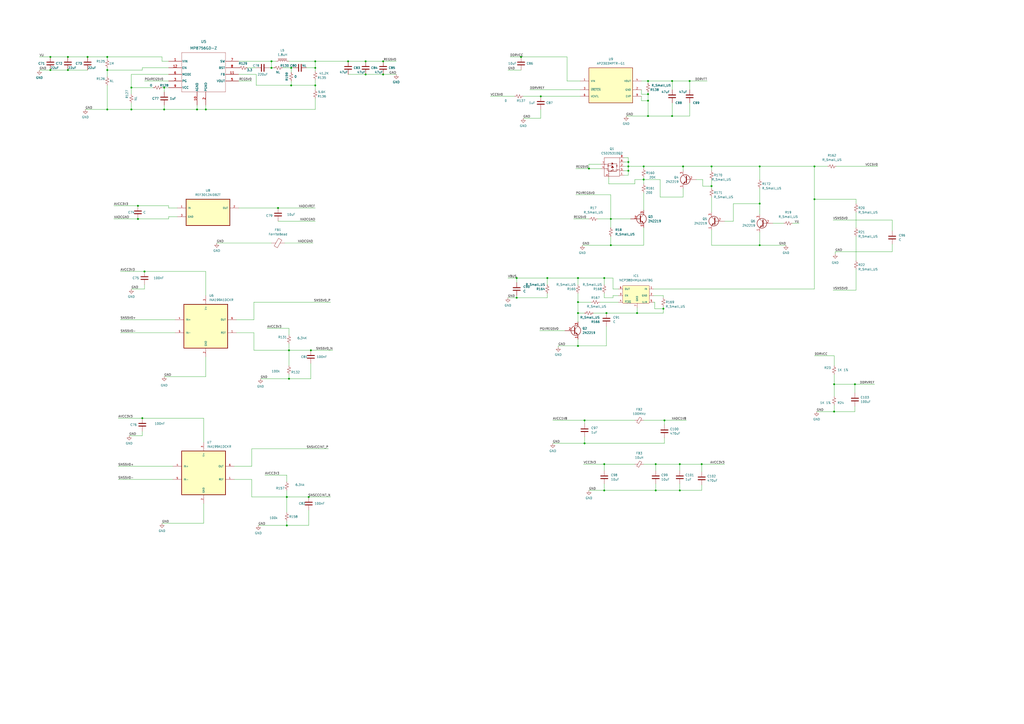
<source format=kicad_sch>
(kicad_sch (version 20211123) (generator eeschema)
  (paper "A2")
  (lib_symbols
    (symbol "AP2303MPTR-G1:AP2303MPTR-G1" (pin_names (offset 1.016))
      (property "Reference" "U" (at -12.7 12.7 0))
      (property "Value" "AP2303MPTR-G1" (at -12.7 -12.7 0))
      (symbol "AP2303MPTR-G1_0_0"
        (pin input line (at -17.78 2.54 0) (length 5.08) (name "VIN") (number "1"))
        (pin power_in line (at 17.78 -2.54 180) (length 5.08) (name "GND") (number "2"))
        (pin input line (at -17.78 -2.54 0) (length 5.08) (name "~{VREFEN}") (number "3"))
        (pin output line (at 17.78 2.54 180) (length 5.08) (name "VOUT") (number "4"))
        (pin power_in line (at -17.78 -6.35 0) (length 5.08) (name "VCNTL") (number "6"))
        (pin power_in line (at 17.78 -6.35 180) (length 5.08) (name "EXP") (number "9"))
      )
    )
    (symbol "CSD25310Q2:CSD25310Q2" (pin_names (offset 1.016))
      (property "Reference" "Q" (at 5.715 8.255 0))
      (property "Value" "CSD25310Q2" (at -8.255 8.255 0))
      (symbol "CSD25310Q2_0_0"
        (pin passive line (at 6.35 -2.54 180) (length 2.54) (name "~") (number "1"))
        (pin passive line (at 6.35 2.54 180) (length 2.54) (name "~") (number "2"))
        (pin passive line (at -2.54 -3.81 90) (length 2.54) (name "~") (number "3"))
        (pin passive line (at -6.985 1.27 0) (length 2.54) (name "~") (number "4"))
        (pin passive line (at 6.35 0 180) (length 2.54) (name "~") (number "5"))
        (pin passive line (at 6.35 5.08 180) (length 2.54) (name "~") (number "6"))
        (pin passive line (at -6.985 3.81 0) (length 2.53) (name "~") (number "7"))
        (pin passive line (at 6.35 7.62 180) (length 2.54) (name "~") (number "8"))
      )
    )
    (symbol "Device:C" (pin_numbers hide) (pin_names (offset 0.254))
      (property "Reference" "C" (at 0.635 2.54 0))
      (property "Value" "C" (at 0.635 -2.54 0))
      (symbol "C_1_1"
        (pin passive line (at 0 3.81 270) (length 2.794) (name "~") (number "1"))
        (pin passive line (at 0 -3.81 90) (length 2.794) (name "~") (number "2"))
      )
    )
    (symbol "Device:FerriteBead" (pin_numbers hide) (pin_names (offset 0))
      (property "Reference" "FB" (at -3.81 0.635 90))
      (property "Value" "FerriteBead" (at 3.81 0 90))
      (symbol "FerriteBead_1_1"
        (pin passive line (at 0 3.81 270) (length 2.54) (name "~") (number "1"))
        (pin passive line (at 0 -3.81 90) (length 2.54) (name "~") (number "2"))
      )
    )
    (symbol "Device:FerriteBead_Small" (pin_numbers hide) (pin_names (offset 0))
      (property "Reference" "FB" (at 1.905 1.27 0))
      (property "Value" "FerriteBead_Small" (at 1.905 -1.27 0))
      (symbol "FerriteBead_Small_1_1"
        (pin passive line (at 0 2.54 270) (length 1.27) (name "~") (number "1"))
        (pin passive line (at 0 -2.54 90) (length 1.27) (name "~") (number "2"))
      )
    )
    (symbol "Device:L_Iron" (pin_numbers hide) (pin_names (offset 1.016) hide)
      (property "Reference" "L" (at -1.27 0 90))
      (property "Value" "L_Iron" (at 2.794 0 90))
      (symbol "L_Iron_1_1"
        (pin passive line (at 0 3.81 270) (length 1.27) (name "1") (number "1"))
        (pin passive line (at 0 -3.81 90) (length 1.27) (name "2") (number "2"))
      )
    )
    (symbol "Device:R_Small_US" (pin_numbers hide) (pin_names (offset 0.254) hide)
      (property "Reference" "R" (at 0.762 0.508 0))
      (property "Value" "R_Small_US" (at 0.762 -1.016 0))
      (symbol "R_Small_US_1_1"
        (pin passive line (at 0 2.54 270) (length 1.016) (name "~") (number "1"))
        (pin passive line (at 0 -2.54 90) (length 1.016) (name "~") (number "2"))
      )
    )
    (symbol "INA199A1DCKR:INA199A1DCKR" (pin_names (offset 1.016))
      (property "Reference" "U" (at -11.43 10.16 0))
      (property "Value" "INA199A1DCKR" (at -5.08 6.985 0))
      (symbol "INA199A1DCKR_0_0"
        (pin input line (at 17.78 -3.81 180) (length 5.08) (name "REF") (number "1"))
        (pin power_in line (at 0 -17.78 90) (length 5.08) (name "GND") (number "2"))
        (pin power_in line (at 0 17.78 270) (length 5.08) (name "V+") (number "3"))
        (pin input line (at -17.78 3.81 0) (length 5.08) (name "IN+") (number "4"))
        (pin input line (at -17.78 -3.81 0) (length 5.08) (name "IN-") (number "5"))
        (pin output line (at 17.78 3.81 180) (length 5.08) (name "OUT") (number "6"))
      )
    )
    (symbol "INA199A1DCKR_1" (pin_names (offset 1.016))
      (property "Reference" "U" (at -11.43 10.16 0))
      (property "Value" "INA199A1DCKR_1" (at -5.08 6.985 0))
      (symbol "INA199A1DCKR_1_0_0"
        (pin input line (at 17.78 -3.81 180) (length 5.08) (name "REF") (number "1"))
        (pin power_in line (at 0 -17.78 90) (length 5.08) (name "GND") (number "2"))
        (pin power_in line (at 0 17.78 270) (length 5.08) (name "V+") (number "3"))
        (pin input line (at -17.78 3.81 0) (length 5.08) (name "IN+") (number "4"))
        (pin input line (at -17.78 -3.81 0) (length 5.08) (name "IN-") (number "5"))
        (pin output line (at 17.78 3.81 180) (length 5.08) (name "OUT") (number "6"))
      )
    )
    (symbol "MP8756GD:MP8756GD-Z" (pin_names (offset 0.254))
      (property "Reference" "U" (at 28.575 3.175 0))
      (property "Value" "MP8756GD-Z" (at 18.415 1.905 0))
      (symbol "MP8756GD-Z_0_1"
        (pin power_in line (at 0 0 0) (length 7.62) (name "VIN") (number "1"))
        (pin power_in line (at 16.51 -25.4 90) (length 7.62) (name "AGND") (number "10"))
        (pin unspecified line (at 40.64 -7.62 180) (length 7.62) (name "FB") (number "11"))
        (pin input line (at 0 -3.81 0) (length 7.62) (name "EN") (number "12"))
        (pin power_in line (at 21.59 -25.4 90) (length 7.62) (name "PGND") (number "2"))
        (pin output line (at 0 -11.43 0) (length 7.62) (name "PG") (number "3"))
        (pin power_in line (at 40.64 -11.43 180) (length 7.62) (name "VOUT") (number "5"))
        (pin unspecified line (at 0 -7.62 0) (length 7.62) (name "MODE") (number "6"))
        (pin output line (at 40.64 0 180) (length 7.62) (name "SW") (number "7"))
        (pin power_in line (at 40.64 -3.81 180) (length 7.62) (name "BST") (number "8"))
        (pin power_in line (at 0 -15.24 0) (length 7.62) (name "VCC") (number "9"))
      )
    )
    (symbol "NCP380HMUAJAATBG:NCP380HMUAJAATBG" (pin_names (offset 1.016))
      (property "Reference" "IC" (at 9.525 15.875 0))
      (property "Value" "NCP380HMUAJAATBG" (at 10.16 12.7 0))
      (symbol "NCP380HMUAJAATBG_0_0"
        (pin bidirectional line (at 19.685 10.16 180) (length 2.54) (name "IN") (number "1"))
        (pin bidirectional line (at 19.685 6.35 180) (length 2.54) (name "GND") (number "2"))
        (pin bidirectional line (at -0.635 6.35 0) (length 2.54) (name "EN") (number "3"))
        (pin bidirectional line (at -0.635 2.54 0) (length 2.54) (name "~{FLAG}") (number "4"))
        (pin bidirectional line (at 19.685 2.54 180) (length 2.54) (name "ILIM") (number "5"))
        (pin bidirectional line (at -0.635 10.16 0) (length 2.54) (name "OUT") (number "6"))
        (pin bidirectional line (at 10.16 -0.635 90) (length 2.54) (name "GND") (number "7"))
      )
    )
    (symbol "REF3012AIDBZT:REF3012AIDBZT" (pin_names (offset 1.016))
      (property "Reference" "U" (at -10.16 2.54 0))
      (property "Value" "REF3012AIDBZT" (at -4.5027 -14.1186 0))
      (symbol "REF3012AIDBZT_0_0"
        (pin power_in line (at -17.78 0 0) (length 5.08) (name "IN") (number "1"))
        (pin output line (at 17.78 0 180) (length 5.08) (name "OUT") (number "2"))
        (pin passive line (at -17.78 -5.08 0) (length 5.08) (name "GND") (number "3"))
      )
    )
    (symbol "Transistor_BJT:2N2219" (pin_names (offset 0) hide)
      (property "Reference" "Q" (at 5.08 1.905 0))
      (property "Value" "2N2219" (at 5.08 0 0))
      (symbol "2N2219_1_1"
        (pin passive line (at 2.54 -5.08 90) (length 2.54) (name "E") (number "1"))
        (pin passive line (at -5.08 0 0) (length 5.715) (name "B") (number "2"))
        (pin passive line (at 2.54 5.08 270) (length 2.54) (name "C") (number "3"))
      )
    )
    (symbol "power:GND" (power) (pin_names (offset 0))
      (property "Value" "GND" (at 0 -3.81 0))
      (symbol "GND_1_1"
        (pin power_in line (at 0 0 270) (length 0) hide (name "GND") (number "1"))
      )
    )
  )
  (junction (at 389.89 67.31))
  (junction (at 412.75 107.95))
  (junction (at 373.38 96.52))
  (junction (at 375.92 46.99))
  (junction (at 380.365 284.48))
  (junction (at 375.92 58.42))
  (junction (at 157.48 35.56))
  (junction (at 389.89 46.99))
  (junction (at 161.29 120.65))
  (junction (at 440.69 142.24))
  (junction (at 62.23 63.5))
  (junction (at 180.34 203.2))
  (junction (at 472.44 115.57))
  (junction (at 364.49 93.98))
  (junction (at 341.63 97.79))
  (junction (at 39.37 40.64))
  (junction (at 62.23 40.64))
  (junction (at 182.88 35.56))
  (junction (at 364.49 99.06))
  (junction (at 394.335 269.24))
  (junction (at 335.28 161.29))
  (junction (at 407.035 269.24))
  (junction (at 394.335 284.48))
  (junction (at 39.37 33.02))
  (junction (at 168.91 39.37))
  (junction (at 385.445 243.84))
  (junction (at 76.2 50.8))
  (junction (at 95.25 63.5))
  (junction (at 440.69 118.11))
  (junction (at 364.49 96.52))
  (junction (at 80.01 127))
  (junction (at 299.72 161.29))
  (junction (at 339.09 257.175))
  (junction (at 384.81 179.07))
  (junction (at 82.55 242.57))
  (junction (at 400.05 46.99))
  (junction (at 166.37 288.29))
  (junction (at 95.25 50.8))
  (junction (at 119.38 63.5))
  (junction (at 380.365 269.24))
  (junction (at 212.09 43.18))
  (junction (at 375.92 67.31))
  (junction (at 182.88 49.53))
  (junction (at 412.75 96.52))
  (junction (at 167.64 203.2))
  (junction (at 222.25 43.18))
  (junction (at 354.33 142.24))
  (junction (at 168.91 49.53))
  (junction (at 166.37 304.8))
  (junction (at 354.33 127))
  (junction (at 351.79 181.61))
  (junction (at 201.93 35.56))
  (junction (at 339.09 243.84))
  (junction (at 472.44 96.52))
  (junction (at 157.48 39.37))
  (junction (at 335.28 200.66))
  (junction (at 182.88 39.37))
  (junction (at 495.935 222.885))
  (junction (at 299.72 172.72))
  (junction (at 335.28 181.61))
  (junction (at 483.87 222.885))
  (junction (at 369.57 181.61))
  (junction (at 76.2 63.5))
  (junction (at 440.69 96.52))
  (junction (at 350.52 269.24))
  (junction (at 29.21 40.64))
  (junction (at 396.24 96.52))
  (junction (at 483.87 238.76))
  (junction (at 29.21 33.02))
  (junction (at 375.92 54.61))
  (junction (at 212.09 35.56))
  (junction (at 350.52 284.48))
  (junction (at 62.23 33.02))
  (junction (at 114.3 63.5))
  (junction (at 350.52 161.29))
  (junction (at 83.82 157.48))
  (junction (at 302.26 33.02))
  (junction (at 373.38 104.14))
  (junction (at 335.28 175.26))
  (junction (at 179.07 288.29))
  (junction (at 167.64 219.71))
  (junction (at 80.01 119.38))
  (junction (at 313.69 55.88))
  (junction (at 222.25 35.56))
  (junction (at 317.5 161.29))
  (junction (at 50.8 33.02))
  (wire (pts (xy 396.24 109.22) (xy 396.24 114.3)))
  (wire (pts (xy 335.28 196.85) (xy 335.28 200.66)))
  (wire (pts (xy 95.25 60.96) (xy 95.25 63.5)))
  (wire (pts (xy 335.28 161.29) (xy 350.52 161.29)))
  (wire (pts (xy 379.095 175.26) (xy 379.73 175.26)))
  (wire (pts (xy 167.64 194.31) (xy 167.64 190.5)))
  (wire (pts (xy 49.53 63.5) (xy 62.23 63.5)))
  (wire (pts (xy 76.2 50.8) (xy 88.9 50.8)))
  (wire (pts (xy 364.49 96.52) (xy 364.49 99.06)))
  (wire (pts (xy 137.16 193.04) (xy 147.32 193.04)))
  (wire (pts (xy 177.8 39.37) (xy 182.88 39.37)))
  (wire (pts (xy 313.69 63.5) (xy 313.69 68.58)))
  (wire (pts (xy 69.85 193.04) (xy 101.6 193.04)))
  (wire (pts (xy 93.98 303.53) (xy 118.11 303.53)))
  (wire (pts (xy 97.79 43.18) (xy 76.2 43.18)))
  (wire (pts (xy 168.91 39.37) (xy 170.18 39.37)))
  (wire (pts (xy 347.98 175.26) (xy 358.775 175.26)))
  (wire (pts (xy 425.45 128.27) (xy 425.45 118.11)))
  (wire (pts (xy 372.11 58.42) (xy 372.11 55.88)))
  (wire (pts (xy 338.455 269.24) (xy 350.52 269.24)))
  (wire (pts (xy 201.93 35.56) (xy 212.09 35.56)))
  (wire (pts (xy 180.34 203.2) (xy 193.04 203.2)))
  (wire (pts (xy 351.79 181.61) (xy 369.57 181.61)))
  (wire (pts (xy 361.95 93.98) (xy 364.49 93.98)))
  (wire (pts (xy 496.57 156.21) (xy 496.57 168.275)))
  (wire (pts (xy 147.32 185.42) (xy 147.32 175.26)))
  (wire (pts (xy 375.92 54.61) (xy 375.92 58.42)))
  (wire (pts (xy 358.775 171.45) (xy 355.6 171.45)))
  (wire (pts (xy 166.37 304.8) (xy 179.07 304.8)))
  (wire (pts (xy 355.6 171.45) (xy 355.6 172.72)))
  (wire (pts (xy 385.445 243.84) (xy 385.445 246.38)))
  (wire (pts (xy 394.335 269.24) (xy 394.335 273.05)))
  (wire (pts (xy 373.38 132.08) (xy 373.38 142.24)))
  (wire (pts (xy 382.905 114.3) (xy 382.905 104.14)))
  (wire (pts (xy 368.3 104.14) (xy 373.38 104.14)))
  (wire (pts (xy 472.44 115.57) (xy 496.57 115.57)))
  (wire (pts (xy 118.11 256.54) (xy 118.11 242.57)))
  (wire (pts (xy 403.86 104.14) (xy 407.67 104.14)))
  (wire (pts (xy 182.88 35.56) (xy 182.88 39.37)))
  (wire (pts (xy 368.3 106.68) (xy 368.3 104.14)))
  (wire (pts (xy 361.95 99.06) (xy 364.49 99.06)))
  (wire (pts (xy 114.3 60.96) (xy 114.3 63.5)))
  (wire (pts (xy 485.14 96.52) (xy 509.27 96.52)))
  (wire (pts (xy 412.75 114.3) (xy 412.75 123.19)))
  (wire (pts (xy 119.38 60.96) (xy 119.38 63.5)))
  (wire (pts (xy 472.44 96.52) (xy 480.06 96.52)))
  (wire (pts (xy 114.3 63.5) (xy 119.38 63.5)))
  (wire (pts (xy 93.98 35.56) (xy 93.98 33.02)))
  (wire (pts (xy 97.79 125.73) (xy 97.79 127)))
  (wire (pts (xy 62.23 33.02) (xy 93.98 33.02)))
  (wire (pts (xy 137.16 185.42) (xy 147.32 185.42)))
  (wire (pts (xy 161.29 128.27) (xy 182.88 128.27)))
  (wire (pts (xy 517.525 133.985) (xy 517.525 127.635)))
  (wire (pts (xy 320.675 243.84) (xy 339.09 243.84)))
  (wire (pts (xy 74.93 252.73) (xy 82.55 252.73)))
  (wire (pts (xy 323.85 200.66) (xy 323.85 201.295)))
  (wire (pts (xy 389.89 67.31) (xy 400.05 67.31)))
  (wire (pts (xy 496.57 123.19) (xy 496.57 132.08)))
  (wire (pts (xy 459.74 129.54) (xy 463.55 129.54)))
  (wire (pts (xy 346.71 127) (xy 354.33 127)))
  (wire (pts (xy 385.445 254) (xy 385.445 257.175)))
  (wire (pts (xy 394.335 269.24) (xy 407.035 269.24)))
  (wire (pts (xy 380.365 284.48) (xy 394.335 284.48)))
  (wire (pts (xy 373.38 102.87) (xy 373.38 104.14)))
  (wire (pts (xy 348.615 95.25) (xy 341.63 95.25)))
  (wire (pts (xy 22.86 40.64) (xy 29.21 40.64)))
  (wire (pts (xy 179.07 295.91) (xy 179.07 304.8)))
  (wire (pts (xy 157.48 39.37) (xy 158.75 39.37)))
  (wire (pts (xy 344.17 181.61) (xy 351.79 181.61)))
  (wire (pts (xy 496.57 115.57) (xy 496.57 118.11)))
  (wire (pts (xy 373.38 96.52) (xy 373.38 97.79)))
  (wire (pts (xy 350.52 161.29) (xy 350.52 165.1)))
  (wire (pts (xy 299.72 172.72) (xy 317.5 172.72)))
  (wire (pts (xy 389.89 46.99) (xy 389.89 52.07)))
  (wire (pts (xy 382.905 104.14) (xy 373.38 104.14)))
  (wire (pts (xy 167.64 217.17) (xy 167.64 219.71)))
  (wire (pts (xy 222.25 35.56) (xy 212.09 35.56)))
  (wire (pts (xy 76.2 167.64) (xy 83.82 167.64)))
  (wire (pts (xy 380.365 273.05) (xy 380.365 269.24)))
  (wire (pts (xy 102.87 125.73) (xy 97.79 125.73)))
  (wire (pts (xy 95.25 63.5) (xy 114.3 63.5)))
  (wire (pts (xy 167.64 219.71) (xy 180.34 219.71)))
  (wire (pts (xy 182.88 49.53) (xy 182.88 52.07)))
  (wire (pts (xy 76.2 50.8) (xy 76.2 54.61)))
  (wire (pts (xy 118.11 292.1) (xy 118.11 303.53)))
  (wire (pts (xy 440.69 118.11) (xy 440.69 124.46)))
  (wire (pts (xy 389.89 46.99) (xy 400.05 46.99)))
  (wire (pts (xy 483.87 238.76) (xy 495.935 238.76)))
  (wire (pts (xy 317.5 161.29) (xy 335.28 161.29)))
  (wire (pts (xy 336.55 46.99) (xy 328.93 46.99)))
  (wire (pts (xy 66.04 127) (xy 80.01 127)))
  (wire (pts (xy 369.57 181.61) (xy 384.81 181.61)))
  (wire (pts (xy 373.38 111.76) (xy 373.38 121.92)))
  (wire (pts (xy 379.095 171.45) (xy 384.81 171.45)))
  (wire (pts (xy 149.86 304.8) (xy 166.37 304.8)))
  (wire (pts (xy 138.43 35.56) (xy 157.48 35.56)))
  (wire (pts (xy 412.75 133.35) (xy 412.75 142.24)))
  (wire (pts (xy 313.69 55.88) (xy 336.55 55.88)))
  (wire (pts (xy 341.63 95.25) (xy 341.63 97.79)))
  (wire (pts (xy 364.49 93.98) (xy 364.49 96.52)))
  (wire (pts (xy 179.07 288.29) (xy 191.77 288.29)))
  (wire (pts (xy 80.01 119.38) (xy 97.79 119.38)))
  (wire (pts (xy 138.43 120.65) (xy 161.29 120.65)))
  (wire (pts (xy 95.25 218.44) (xy 119.38 218.44)))
  (wire (pts (xy 165.1 140.97) (xy 181.61 140.97)))
  (wire (pts (xy 339.09 243.84) (xy 368.3 243.84)))
  (wire (pts (xy 363.22 67.31) (xy 375.92 67.31)))
  (wire (pts (xy 380.365 269.24) (xy 394.335 269.24)))
  (wire (pts (xy 76.2 59.69) (xy 76.2 63.5)))
  (wire (pts (xy 303.53 68.58) (xy 313.69 68.58)))
  (wire (pts (xy 384.81 177.8) (xy 384.81 179.07)))
  (wire (pts (xy 295.91 33.02) (xy 302.26 33.02)))
  (wire (pts (xy 167.64 203.2) (xy 180.34 203.2)))
  (wire (pts (xy 473.71 238.76) (xy 483.87 238.76)))
  (wire (pts (xy 361.95 91.44) (xy 364.49 91.44)))
  (wire (pts (xy 375.92 54.61) (xy 375.92 53.34)))
  (wire (pts (xy 138.43 43.18) (xy 148.59 43.18)))
  (wire (pts (xy 335.28 175.26) (xy 342.9 175.26)))
  (wire (pts (xy 299.72 161.29) (xy 317.5 161.29)))
  (wire (pts (xy 412.75 96.52) (xy 412.75 99.06)))
  (wire (pts (xy 440.69 142.24) (xy 455.93 142.24)))
  (wire (pts (xy 350.52 170.18) (xy 350.52 172.72)))
  (wire (pts (xy 161.29 120.65) (xy 182.88 120.65)))
  (wire (pts (xy 335.28 181.61) (xy 339.09 181.61)))
  (wire (pts (xy 440.69 96.52) (xy 440.69 104.14)))
  (wire (pts (xy 364.49 99.06) (xy 364.49 101.6)))
  (wire (pts (xy 95.25 50.8) (xy 97.79 50.8)))
  (wire (pts (xy 138.43 46.99) (xy 146.05 46.99)))
  (wire (pts (xy 407.035 281.305) (xy 407.035 284.48)))
  (wire (pts (xy 323.85 200.66) (xy 335.28 200.66)))
  (wire (pts (xy 412.75 142.24) (xy 440.69 142.24)))
  (wire (pts (xy 302.26 40.64) (xy 294.64 40.64)))
  (wire (pts (xy 484.505 146.05) (xy 517.525 146.05)))
  (wire (pts (xy 147.32 193.04) (xy 147.32 203.2)))
  (wire (pts (xy 448.31 129.54) (xy 454.66 129.54)))
  (wire (pts (xy 372.11 54.61) (xy 372.11 52.07)))
  (wire (pts (xy 168.91 39.37) (xy 168.91 41.91)))
  (wire (pts (xy 384.81 179.07) (xy 384.81 181.61)))
  (wire (pts (xy 517.525 141.605) (xy 517.525 146.05)))
  (wire (pts (xy 483.235 168.275) (xy 496.57 168.275)))
  (wire (pts (xy 396.24 96.52) (xy 396.24 99.06)))
  (wire (pts (xy 375.92 48.26) (xy 375.92 46.99)))
  (wire (pts (xy 182.88 57.15) (xy 182.88 63.5)))
  (wire (pts (xy 62.23 40.64) (xy 62.23 44.45)))
  (wire (pts (xy 350.52 284.48) (xy 380.365 284.48)))
  (wire (pts (xy 157.48 35.56) (xy 157.48 39.37)))
  (wire (pts (xy 182.88 46.355) (xy 182.88 49.53)))
  (wire (pts (xy 62.23 33.02) (xy 62.23 34.29)))
  (wire (pts (xy 82.55 250.19) (xy 82.55 252.73)))
  (wire (pts (xy 317.5 161.29) (xy 317.5 165.1)))
  (wire (pts (xy 166.37 284.48) (xy 166.37 288.29)))
  (wire (pts (xy 354.33 137.16) (xy 354.33 142.24)))
  (wire (pts (xy 379.73 179.07) (xy 384.81 179.07)))
  (wire (pts (xy 412.75 104.14) (xy 412.75 107.95)))
  (wire (pts (xy 373.38 96.52) (xy 396.24 96.52)))
  (wire (pts (xy 147.32 175.26) (xy 191.77 175.26)))
  (wire (pts (xy 354.33 127) (xy 354.33 113.03)))
  (wire (pts (xy 68.58 242.57) (xy 82.55 242.57)))
  (wire (pts (xy 334.01 97.79) (xy 341.63 97.79)))
  (wire (pts (xy 484.505 147.32) (xy 484.505 146.05)))
  (wire (pts (xy 102.87 120.65) (xy 97.79 120.65)))
  (wire (pts (xy 341.63 284.48) (xy 350.52 284.48)))
  (wire (pts (xy 364.49 96.52) (xy 373.38 96.52)))
  (wire (pts (xy 472.44 96.52) (xy 472.44 115.57)))
  (wire (pts (xy 68.58 278.13) (xy 100.33 278.13)))
  (wire (pts (xy 119.38 207.01) (xy 119.38 218.44)))
  (wire (pts (xy 396.24 114.3) (xy 382.905 114.3)))
  (wire (pts (xy 339.09 243.84) (xy 339.09 245.745)))
  (wire (pts (xy 119.38 171.45) (xy 119.38 157.48)))
  (wire (pts (xy 299.72 171.45) (xy 299.72 172.72)))
  (wire (pts (xy 337.82 142.24) (xy 354.33 142.24)))
  (wire (pts (xy 373.38 104.14) (xy 373.38 106.68)))
  (wire (pts (xy 97.79 120.65) (xy 97.79 119.38)))
  (wire (pts (xy 146.05 288.29) (xy 166.37 288.29)))
  (wire (pts (xy 335.28 161.29) (xy 335.28 165.1)))
  (wire (pts (xy 317.5 170.18) (xy 317.5 172.72)))
  (wire (pts (xy 307.34 52.07) (xy 336.55 52.07)))
  (wire (pts (xy 483.87 234.95) (xy 483.87 238.76)))
  (wire (pts (xy 76.2 43.18) (xy 76.2 50.8)))
  (wire (pts (xy 39.37 40.64) (xy 50.8 40.64)))
  (wire (pts (xy 339.09 257.175) (xy 385.445 257.175)))
  (wire (pts (xy 384.81 172.72) (xy 384.81 171.45)))
  (wire (pts (xy 93.98 50.8) (xy 95.25 50.8)))
  (wire (pts (xy 82.55 39.37) (xy 82.55 40.64)))
  (wire (pts (xy 68.58 270.51) (xy 100.33 270.51)))
  (wire (pts (xy 483.235 127.635) (xy 517.525 127.635)))
  (wire (pts (xy 229.87 35.56) (xy 222.25 35.56)))
  (wire (pts (xy 166.37 288.29) (xy 179.07 288.29)))
  (wire (pts (xy 425.45 118.11) (xy 440.69 118.11)))
  (wire (pts (xy 350.52 269.24) (xy 368.3 269.24)))
  (wire (pts (xy 335.28 170.18) (xy 335.28 175.26)))
  (wire (pts (xy 222.25 43.18) (xy 212.09 43.18)))
  (wire (pts (xy 472.44 115.57) (xy 472.44 167.64)))
  (wire (pts (xy 39.37 33.02) (xy 50.8 33.02)))
  (wire (pts (xy 400.05 67.31) (xy 400.05 59.69)))
  (wire (pts (xy 495.935 235.585) (xy 495.935 238.76)))
  (wire (pts (xy 151.13 219.71) (xy 167.64 219.71)))
  (wire (pts (xy 495.935 227.965) (xy 495.935 222.885)))
  (wire (pts (xy 95.25 50.8) (xy 95.25 53.34)))
  (wire (pts (xy 364.49 91.44) (xy 364.49 93.98)))
  (wire (pts (xy 303.53 55.88) (xy 313.69 55.88)))
  (wire (pts (xy 407.67 107.95) (xy 412.75 107.95)))
  (wire (pts (xy 412.75 96.52) (xy 440.69 96.52)))
  (wire (pts (xy 355.6 167.64) (xy 355.6 161.29)))
  (wire (pts (xy 440.69 134.62) (xy 440.69 142.24)))
  (wire (pts (xy 69.85 185.42) (xy 101.6 185.42)))
  (wire (pts (xy 320.675 257.175) (xy 339.09 257.175)))
  (wire (pts (xy 354.33 127) (xy 354.33 132.08)))
  (wire (pts (xy 350.52 161.29) (xy 355.6 161.29)))
  (wire (pts (xy 483.87 222.885) (xy 495.935 222.885)))
  (wire (pts (xy 182.88 39.37) (xy 182.88 41.275)))
  (wire (pts (xy 167.64 35.56) (xy 182.88 35.56)))
  (wire (pts (xy 372.11 54.61) (xy 375.92 54.61)))
  (wire (pts (xy 153.67 275.59) (xy 166.37 275.59)))
  (wire (pts (xy 76.2 63.5) (xy 95.25 63.5)))
  (wire (pts (xy 335.28 181.61) (xy 335.28 186.69)))
  (wire (pts (xy 380.365 280.67) (xy 380.365 284.48)))
  (wire (pts (xy 400.05 46.99) (xy 400.05 52.07)))
  (wire (pts (xy 182.88 35.56) (xy 201.93 35.56)))
  (wire (pts (xy 375.92 67.31) (xy 389.89 67.31)))
  (wire (pts (xy 339.09 253.365) (xy 339.09 257.175)))
  (wire (pts (xy 440.69 109.22) (xy 440.69 118.11)))
  (wire (pts (xy 299.72 161.29) (xy 299.72 163.83)))
  (wire (pts (xy 394.335 284.48) (xy 407.035 284.48)))
  (wire (pts (xy 168.91 46.99) (xy 168.91 49.53)))
  (wire (pts (xy 302.26 33.02) (xy 328.93 33.02)))
  (wire (pts (xy 167.64 203.2) (xy 167.64 212.09)))
  (wire (pts (xy 350.52 172.72) (xy 355.6 172.72)))
  (wire (pts (xy 350.52 280.67) (xy 350.52 284.48)))
  (wire (pts (xy 313.055 191.77) (xy 327.66 191.77)))
  (wire (pts (xy 69.85 157.48) (xy 83.82 157.48)))
  (wire (pts (xy 180.34 210.82) (xy 180.34 219.71)))
  (wire (pts (xy 396.24 96.52) (xy 412.75 96.52)))
  (wire (pts (xy 373.38 243.84) (xy 385.445 243.84)))
  (wire (pts (xy 62.23 49.53) (xy 62.23 63.5)))
  (wire (pts (xy 119.38 63.5) (xy 182.88 63.5)))
  (wire (pts (xy 167.64 199.39) (xy 167.64 203.2)))
  (wire (pts (xy 143.51 39.37) (xy 148.59 39.37)))
  (wire (pts (xy 62.23 39.37) (xy 62.23 40.64)))
  (wire (pts (xy 483.87 217.17) (xy 483.87 222.885)))
  (wire (pts (xy 483.87 222.885) (xy 483.87 229.87)))
  (wire (pts (xy 358.775 167.64) (xy 355.6 167.64)))
  (wire (pts (xy 97.79 39.37) (xy 82.55 39.37)))
  (wire (pts (xy 353.06 102.87) (xy 353.06 106.68)))
  (wire (pts (xy 83.82 165.1) (xy 83.82 167.64)))
  (wire (pts (xy 168.91 49.53) (xy 182.88 49.53)))
  (wire (pts (xy 22.86 33.02) (xy 29.21 33.02)))
  (wire (pts (xy 354.33 127) (xy 365.76 127)))
  (wire (pts (xy 389.89 59.69) (xy 389.89 67.31)))
  (wire (pts (xy 50.8 33.02) (xy 62.23 33.02)))
  (wire (pts (xy 29.21 40.64) (xy 39.37 40.64)))
  (wire (pts (xy 62.23 40.64) (xy 82.55 40.64)))
  (wire (pts (xy 332.74 127) (xy 341.63 127)))
  (wire (pts (xy 284.48 55.88) (xy 298.45 55.88)))
  (wire (pts (xy 354.33 142.24) (xy 373.38 142.24)))
  (wire (pts (xy 66.04 119.38) (xy 80.01 119.38)))
  (wire (pts (xy 361.95 96.52) (xy 364.49 96.52)))
  (wire (pts (xy 341.63 97.79) (xy 348.615 97.79)))
  (wire (pts (xy 400.05 46.99) (xy 410.21 46.99)))
  (wire (pts (xy 372.11 58.42) (xy 375.92 58.42)))
  (wire (pts (xy 294.64 161.29) (xy 299.72 161.29)))
  (wire (pts (xy 334.01 113.03) (xy 354.33 113.03)))
  (wire (pts (xy 375.92 46.99) (xy 389.89 46.99)))
  (wire (pts (xy 135.89 278.13) (xy 146.05 278.13)))
  (wire (pts (xy 146.05 260.35) (xy 190.5 260.35)))
  (wire (pts (xy 495.935 222.885) (xy 507.365 222.885)))
  (wire (pts (xy 156.21 39.37) (xy 157.48 39.37)))
  (wire (pts (xy 385.445 243.84) (xy 398.145 243.84)))
  (wire (pts (xy 29.21 33.02) (xy 39.37 33.02)))
  (wire (pts (xy 375.92 58.42) (xy 375.92 67.31)))
  (wire (pts (xy 166.37 279.4) (xy 166.37 275.59)))
  (wire (pts (xy 83.82 157.48) (xy 119.38 157.48)))
  (wire (pts (xy 412.75 109.22) (xy 412.75 107.95)))
  (wire (pts (xy 83.82 46.99) (xy 97.79 46.99)))
  (wire (pts (xy 496.57 137.16) (xy 496.57 151.13)))
  (wire (pts (xy 353.06 106.68) (xy 368.3 106.68)))
  (wire (pts (xy 351.79 189.23) (xy 351.79 200.66)))
  (wire (pts (xy 166.37 288.29) (xy 166.37 297.18)))
  (wire (pts (xy 361.95 101.6) (xy 364.49 101.6)))
  (wire (pts (xy 373.38 269.24) (xy 380.365 269.24)))
  (wire (pts (xy 440.69 96.52) (xy 472.44 96.52)))
  (wire (pts (xy 157.48 35.56) (xy 160.02 35.56)))
  (wire (pts (xy 328.93 46.99) (xy 328.93 33.02)))
  (wire (pts (xy 146.05 270.51) (xy 146.05 260.35)))
  (wire (pts (xy 394.335 280.67) (xy 394.335 284.48)))
  (wire (pts (xy 483.87 212.09) (xy 483.87 206.375)))
  (wire (pts (xy 80.01 127) (xy 97.79 127)))
  (wire (pts (xy 379.73 175.26) (xy 379.73 179.07)))
  (wire (pts (xy 148.59 43.18) (xy 148.59 49.53)))
  (wire (pts (xy 154.94 190.5) (xy 167.64 190.5)))
  (wire (pts (xy 472.44 206.375) (xy 483.87 206.375)))
  (wire (pts (xy 125.73 140.97) (xy 157.48 140.97)))
  (wire (pts (xy 82.55 242.57) (xy 118.11 242.57)))
  (wire (pts (xy 335.28 200.66) (xy 351.79 200.66)))
  (wire (pts (xy 135.89 270.51) (xy 146.05 270.51)))
  (wire (pts (xy 369.57 178.435) (xy 369.57 181.61)))
  (wire (pts (xy 335.28 175.26) (xy 335.28 181.61)))
  (wire (pts (xy 407.67 104.14) (xy 407.67 107.95)))
  (wire (pts (xy 407.035 269.24) (xy 420.37 269.24)))
  (wire (pts (xy 146.05 278.13) (xy 146.05 288.29)))
  (wire (pts (xy 379.095 167.64) (xy 472.44 167.64)))
  (wire (pts (xy 147.32 203.2) (xy 167.64 203.2)))
  (wire (pts (xy 294.64 172.72) (xy 299.72 172.72)))
  (wire (pts (xy 148.59 49.53) (xy 168.91 49.53)))
  (wire (pts (xy 212.09 43.18) (xy 201.93 43.18)))
  (wire (pts (xy 229.87 43.18) (xy 222.25 43.18)))
  (wire (pts (xy 97.79 35.56) (xy 93.98 35.56)))
  (wire (pts (xy 350.52 269.24) (xy 350.52 273.05)))
  (wire (pts (xy 420.37 128.27) (xy 425.45 128.27)))
  (wire (pts (xy 62.23 63.5) (xy 76.2 63.5)))
  (wire (pts (xy 372.11 46.99) (xy 375.92 46.99)))
  (wire (pts (xy 163.83 39.37) (xy 168.91 39.37)))
  (wire (pts (xy 166.37 302.26) (xy 166.37 304.8)))
  (wire (pts (xy 407.035 269.24) (xy 407.035 273.685)))
  (label "XADCGND" (at 66.04 127 0))
  (label "VCC3V3" (at 338.455 269.24 0))
  (label "DDRVTT" (at 410.21 46.99 180))
  (label "GND" (at 22.86 40.64 0))
  (label "VSNS5V0" (at 483.235 127.635 0))
  (label "AVCC3V3" (at 68.58 242.57 0))
  (label "XADCGND" (at 182.88 128.27 180))
  (label "GND" (at 125.73 140.97 0))
  (label "GND" (at 294.64 172.72 0))
  (label "VSNS5V0" (at 483.235 168.275 0))
  (label "PGVREG5V0" (at 334.01 113.03 0))
  (label "VU" (at 463.55 129.54 180))
  (label "AVCC3V3" (at 153.67 275.59 0))
  (label "REG5V0" (at 146.05 46.99 180))
  (label "VCC5V0" (at 509.27 96.52 180))
  (label "AVCC1V8" (at 320.675 243.84 0))
  (label "GND" (at 455.93 142.24 180))
  (label "GND" (at 49.53 63.5 0))
  (label "GND" (at 149.86 304.8 0))
  (label "DDRVREF" (at 507.365 222.885 180))
  (label "GND" (at 363.22 67.31 0))
  (label "DDRVCC" (at 472.44 206.375 0))
  (label "GND" (at 151.13 219.71 0))
  (label "REG5V0" (at 332.74 127 0))
  (label "AVCC3V3" (at 420.37 269.24 180))
  (label "DDRVCC" (at 295.91 33.02 0))
  (label "VBUS" (at 294.64 161.29 0))
  (label "GND" (at 95.25 218.44 0))
  (label "SNS5V0_N" (at 193.04 203.2 180))
  (label "DDRVREF" (at 307.34 52.07 0))
  (label "SNS5V0+" (at 68.58 270.51 0))
  (label "REG5V0" (at 334.01 97.79 0))
  (label "VCC5V0" (at 284.48 55.88 0))
  (label "GND" (at 74.93 252.73 0))
  (label "GND" (at 320.675 257.175 0))
  (label "PGVREG5V0" (at 313.055 191.77 0))
  (label "XADC1V8" (at 398.145 243.84 180))
  (label "GND" (at 76.2 167.64 0))
  (label "SNSVCCINT_P" (at 190.5 260.35 180))
  (label "GND" (at 303.53 68.58 0))
  (label "XADCGND" (at 181.61 140.97 180))
  (label "GND" (at 294.64 40.64 0))
  (label "SNSCCCINT_N" (at 191.77 288.29 180))
  (label "GND" (at 341.63 284.48 0))
  (label "AVCC3V3" (at 69.85 157.48 0))
  (label "SNS5V0+" (at 69.85 185.42 0))
  (label "SNS5V0-" (at 69.85 193.04 0))
  (label "GND" (at 337.82 142.24 0))
  (label "SNS5V0-" (at 68.58 278.13 0))
  (label "GND" (at 323.85 200.66 0))
  (label "REG5V0" (at 229.87 35.56 180))
  (label "GND" (at 229.87 43.18 180))
  (label "GND" (at 484.505 146.05 0))
  (label "VU" (at 22.86 33.02 0))
  (label "PGVREG5V0" (at 83.82 46.99 0))
  (label "SNS5V0_P" (at 191.77 175.26 180))
  (label "AVCC3V3" (at 154.94 190.5 0))
  (label "GND" (at 93.98 303.53 0))
  (label "AVCC3V3" (at 66.04 119.38 0))
  (label "GND" (at 473.71 238.76 0))
  (label "XADCVREF" (at 182.88 120.65 180))
  (symbol (lib_id "Device:C") (at 380.365 276.86 0) (unit 1)
    (property "Reference" "C99" (at 383.54 275.5899 0) (effects (justify left)))
    (property "Value" "10uF" (at 383.54 278.1299 0) (effects (justify left)))
  )
  (symbol (lib_id "Device:C") (at 173.99 39.37 90) (unit 1)
    (property "Reference" "C80" (at 170.18 38.1 90))
    (property "Value" "NL" (at 176.53 38.1 90))
  )
  (symbol (lib_id "power:GND") (at 323.85 201.295 0) (unit 1)
    (property "Reference" "#PWR024" (effects hide))
    (property "Value" "GND" (at 323.85 205.74 0))
  )
  (symbol (lib_id "power:GND") (at 320.675 257.175 0) (unit 1)
    (property "Reference" "#PWR034" (effects hide))
    (property "Value" "GND" (at 320.675 261.62 0))
  )
  (symbol (lib_id "Device:C") (at 351.79 185.42 0) (unit 1)
    (property "Reference" "C91" (at 355.6 184.1499 0) (effects (justify left)))
    (property "Value" "C" (at 355.6 186.6899 0) (effects (justify left)))
  )
  (symbol (lib_id "Device:C") (at 339.09 249.555 0) (unit 1)
    (property "Reference" "C97" (at 342.9 248.2849 0) (effects (justify left)))
    (property "Value" "1uF" (at 342.9 250.8249 0) (effects (justify left)))
  )
  (symbol (lib_id "Device:R_Small_US") (at 344.17 127 90) (unit 1)
    (property "Reference" "R17" (at 344.17 120.65 90))
    (property "Value" "R_Small_US" (at 344.17 123.19 90))
  )
  (symbol (lib_id "Device:R_Small_US") (at 375.92 50.8 0) (unit 1)
    (property "Reference" "R138" (at 379.73 52.07 0))
    (property "Value" "R_Small_US" (at 383.54 49.53 0))
  )
  (symbol (lib_id "Device:R_Small_US") (at 483.87 214.63 180) (unit 1)
    (property "Reference" "R23" (at 480.06 213.36 0))
    (property "Value" "1K 1%" (at 488.95 214.63 0))
  )
  (symbol (lib_id "Device:R_Small_US") (at 373.38 100.33 180) (unit 1)
    (property "Reference" "R160" (at 374.65 100.33 0) (effects (justify right)))
    (property "Value" "20K" (at 376.555 102.87 0) (effects (justify right)))
  )
  (symbol (lib_id "Device:C") (at 212.09 39.37 0) (unit 1)
    (property "Reference" "C84" (at 217.17 39.37 0))
    (property "Value" "47uF" (at 209.55 41.91 0))
  )
  (symbol (lib_id "Device:R_Small_US") (at 317.5 167.64 0) (unit 1)
    (property "Reference" "R164" (at 316.23 167.64 0) (effects (justify right)))
    (property "Value" "R_Small_US" (at 316.23 165.1 0) (effects (justify right)))
  )
  (symbol (lib_id "Device:C") (at 29.21 36.83 180) (unit 1)
    (property "Reference" "C71" (at 24.13 36.83 0))
    (property "Value" "22uF" (at 31.75 39.37 0))
  )
  (symbol (lib_id "Device:R_Small_US") (at 496.57 153.67 180) (unit 1)
    (property "Reference" "R22" (at 497.84 153.67 0) (effects (justify right)))
    (property "Value" "R_Small_US" (at 497.84 156.21 0) (effects (justify right)))
  )
  (symbol (lib_id "Device:C") (at 83.82 161.29 180) (unit 1)
    (property "Reference" "C75" (at 78.74 161.29 0))
    (property "Value" "100nF" (at 92.075 161.29 0))
  )
  (symbol (lib_id "Device:R_Small_US") (at 373.38 109.22 180) (unit 1)
    (property "Reference" "R161" (at 374.65 109.22 0) (effects (justify right)))
    (property "Value" "200" (at 374.65 111.76 0) (effects (justify right)))
  )
  (symbol (lib_id "Device:C") (at 350.52 276.86 0) (unit 1)
    (property "Reference" "C98" (at 354.33 275.5899 0) (effects (justify left)))
    (property "Value" "10uF" (at 354.33 278.1299 0) (effects (justify left)))
  )
  (symbol (lib_id "power:GND") (at 455.93 142.24 0) (unit 1)
    (property "Reference" "#PWR026" (effects hide))
    (property "Value" "GND" (at 455.93 146.685 0))
  )
  (symbol (lib_id "Device:C") (at 80.01 123.19 180) (unit 1)
    (property "Reference" "C74" (at 76.2 123.19 0))
    (property "Value" "C" (at 83.82 123.19 0))
  )
  (symbol (lib_id "Device:C") (at 495.935 231.775 0) (unit 1)
    (property "Reference" "C103" (at 499.11 230.5049 0) (effects (justify left)))
    (property "Value" "100uF" (at 499.11 233.0449 0) (effects (justify left)))
  )
  (symbol (lib_id "power:GND") (at 125.73 140.97 0) (unit 1)
    (property "Reference" "#PWR031" (effects hide))
    (property "Value" "GND" (at 125.73 145.415 0))
  )
  (symbol (lib_id "Device:C") (at 161.29 124.46 180) (unit 1)
    (property "Reference" "C79" (at 156.21 125.095 0))
    (property "Value" "10uF" (at 168.91 124.46 0))
  )
  (symbol (lib_id "Transistor_BJT:2N2219") (at 443.23 129.54 0) (mirror y) (unit 1)
    (property "Reference" "Q6" (at 438.15 128.2699 0) (effects (justify left)))
    (property "Value" "2N2219" (at 438.15 130.8099 0) (effects (justify left)))
    (property "Footprint" "Package_TO_SOT_THT:TO-39-3" (effects hide))
    (property "Datasheet" "http://www.onsemi.com/pub_link/Collateral/2N2219-D.PDF" (effects hide))
  )
  (symbol (lib_id "Device:L_Iron") (at 163.83 35.56 90) (unit 1)
    (property "Reference" "L5" (at 163.83 29.21 90))
    (property "Value" "1.8uH" (at 163.83 31.75 90))
  )
  (symbol (lib_id "Device:C") (at 400.05 55.88 0) (unit 1)
    (property "Reference" "C89" (at 403.86 59.69 0))
    (property "Value" "47uF" (at 396.24 53.34 0))
  )
  (symbol (lib_id "Device:R_Small_US") (at 167.64 196.85 180) (unit 1)
    (property "Reference" "R131" (at 163.83 195.58 0))
    (property "Value" "6.34K" (at 175.3154 196.129 0))
  )
  (symbol (lib_id "power:GND") (at 149.86 304.8 0) (unit 1)
    (property "Reference" "#PWR021" (effects hide))
    (property "Value" "GND" (at 149.86 309.245 0))
  )
  (symbol (lib_id "Device:C") (at 222.25 39.37 0) (unit 1)
    (property "Reference" "C85" (at 227.33 39.37 0))
    (property "Value" "47uF" (at 219.71 41.91 0))
  )
  (symbol (lib_id "Transistor_BJT:2N2219") (at 398.78 104.14 0) (mirror y) (unit 1)
    (property "Reference" "Q4" (at 393.7 102.8699 0) (effects (justify left)))
    (property "Value" "2N2219" (at 393.7 105.4099 0) (effects (justify left)))
    (property "Footprint" "Package_TO_SOT_THT:TO-39-3" (effects hide))
    (property "Datasheet" "http://www.onsemi.com/pub_link/Collateral/2N2219-D.PDF" (effects hide))
  )
  (symbol (lib_id "Device:FerriteBead_Small") (at 370.84 243.84 90) (unit 1)
    (property "Reference" "FB2" (at 370.8019 237.49 90))
    (property "Value" "100MHz" (at 370.8019 240.03 90))
  )
  (symbol (lib_id "Device:C") (at 95.25 57.15 180) (unit 1)
    (property "Reference" "C77" (at 90.17 57.15 0))
    (property "Value" "1uF" (at 100.33 57.15 0))
  )
  (symbol (lib_id "Transistor_BJT:2N2219") (at 332.74 191.77 0) (unit 1)
    (property "Reference" "Q2" (at 337.82 190.4999 0) (effects (justify left)))
    (property "Value" "2N2219" (at 337.82 193.0399 0) (effects (justify left)))
    (property "Footprint" "Package_TO_SOT_THT:TO-39-3" (effects hide))
    (property "Datasheet" "http://www.onsemi.com/pub_link/Collateral/2N2219-D.PDF" (effects hide))
  )
  (symbol (lib_id "Device:R_Small_US") (at 166.37 281.94 180) (unit 1)
    (property "Reference" "R157" (at 162.56 283.21 0))
    (property "Value" "6.34k" (at 174.0454 281.219 0))
  )
  (symbol (lib_id "Transistor_BJT:2N2219") (at 415.29 128.27 0) (mirror y) (unit 1)
    (property "Reference" "Q5" (at 410.21 126.9999 0) (effects (justify left)))
    (property "Value" "2N2219" (at 410.21 129.5399 0) (effects (justify left)))
    (property "Footprint" "Package_TO_SOT_THT:TO-39-3" (effects hide))
    (property "Datasheet" "http://www.onsemi.com/pub_link/Collateral/2N2219-D.PDF" (effects hide))
  )
  (symbol (lib_id "Device:R_Small_US") (at 182.88 54.61 0) (unit 1)
    (property "Reference" "R136" (at 186.69 55.88 0))
    (property "Value" "5.6K" (at 186.69 53.34 0))
  )
  (symbol (lib_id "Device:R_Small_US") (at 168.91 44.45 180) (unit 1)
    (property "Reference" "R159" (at 166.37 44.45 90))
    (property "Value" "0" (at 171.45 44.45 0))
  )
  (symbol (lib_id "Device:C") (at 313.69 59.69 0) (unit 1)
    (property "Reference" "C87" (at 318.77 59.69 0))
    (property "Value" "1uF" (at 308.61 59.69 0))
  )
  (symbol (lib_id "Device:R_Small_US") (at 412.75 111.76 180) (unit 1)
    (property "Reference" "R171" (at 414.02 111.76 0) (effects (justify right)))
    (property "Value" "R_Small_US" (at 414.02 114.3 0) (effects (justify right)))
  )
  (symbol (lib_id "power:GND") (at 74.93 252.73 0) (unit 1)
    (property "Reference" "#PWR029" (effects hide))
    (property "Value" "GND" (at 74.93 257.175 0))
  )
  (symbol (lib_id "power:GND") (at 341.63 284.48 0) (unit 1)
    (property "Reference" "#PWR035" (effects hide))
    (property "Value" "GND" (at 341.63 288.925 0))
  )
  (symbol (lib_id "MP8756GD:MP8756GD-Z") (at 97.79 35.56 0) (unit 1)
    (property "Reference" "U5" (at 118.11 24.13 0) (effects (font (size 1.524 1.524))))
    (property "Value" "MP8756GD-Z" (at 118.11 27.94 0) (effects (font (size 1.524 1.524))))
    (property "Footprint" "QFN-12_MP8756_MNP" (effects hide))
    (property "Datasheet" "MP8756GD-Z" (effects hide))
  )
  (symbol (lib_id "Device:R_Small_US") (at 161.29 39.37 90) (unit 1)
    (property "Reference" "R130" (at 165.1 38.1 90))
    (property "Value" "NL" (at 161.29 41.91 90))
  )
  (symbol (lib_id "Device:FerriteBead") (at 161.29 140.97 90) (unit 1)
    (property "Reference" "FB1" (at 161.2392 133.35 90))
    (property "Value" "FerriteBead" (at 161.2392 135.89 90))
  )
  (symbol (lib_id "Device:C") (at 50.8 36.83 180) (unit 1)
    (property "Reference" "C73" (at 45.72 36.83 0))
    (property "Value" "22uF" (at 53.34 39.37 0))
  )
  (symbol (lib_id "Device:C") (at 389.89 55.88 0) (unit 1)
    (property "Reference" "C88" (at 393.7 59.69 0))
    (property "Value" "47uF" (at 386.08 53.34 0))
  )
  (symbol (lib_id "power:GND") (at 22.86 40.64 0) (unit 1)
    (property "Reference" "#PWR027" (effects hide))
    (property "Value" "GND" (at 22.86 45.085 0))
  )
  (symbol (lib_id "Device:R_Small_US") (at 140.97 39.37 90) (unit 1)
    (property "Reference" "R129" (at 140.97 36.83 90))
    (property "Value" "3.3" (at 144.78 40.64 90))
  )
  (symbol (lib_id "power:GND") (at 473.71 238.76 0) (unit 1)
    (property "Reference" "#PWR037" (effects hide))
    (property "Value" "GND" (at 473.71 243.205 0))
  )
  (symbol (lib_id "Device:FerriteBead_Small") (at 370.84 269.24 90) (unit 1)
    (property "Reference" "FB3" (at 370.8019 262.89 90))
    (property "Value" "10uH" (at 370.8019 265.43 90))
  )
  (symbol (lib_id "Device:R_Small_US") (at 440.69 106.68 180) (unit 1)
    (property "Reference" "R172" (at 441.96 106.68 0) (effects (justify right)))
    (property "Value" "R_Small_US" (at 441.96 109.22 0) (effects (justify right)))
  )
  (symbol (lib_id "power:GND") (at 95.25 218.44 0) (unit 1)
    (property "Reference" "#PWR020" (effects hide))
    (property "Value" "GND" (at 95.25 223.52 0))
  )
  (symbol (lib_id "Device:C") (at 517.525 137.795 0) (unit 1)
    (property "Reference" "C96" (at 521.335 136.5249 0) (effects (justify left)))
    (property "Value" "C" (at 521.335 139.0649 0) (effects (justify left)))
  )
  (symbol (lib_id "NCP380HMUAJAATBG:NCP380HMUAJAATBG") (at 359.41 177.8 0) (unit 1)
    (property "Reference" "IC1" (at 368.935 160.02 0))
    (property "Value" "NCP380HMUAJAATBG" (at 368.935 162.56 0))
    (property "Footprint" "NCP380HMUAJAATBG:TRANS_NTLUS3A18PZTAG" (effects hide))
    (property "MF" "ON Semiconductor" (effects hide))
    (property "Description" "\n                        \n                            Power Switch/Driver 1:1 P-Channel Adjustable 6-UDFN (2x2)\n                        \n" (effects hide))
    (property "Package" "UDFN-6 ON Semiconductor" (effects hide))
    (property "MPN" "NCP380HMUAJAATBG" (effects hide))
    (property "Price" "None" (effects hide))
    (property "VALUE" "NCP380 ADJ" (effects hide))
    (property "SnapEDA_Link" "https://www.snapeda.com/parts/NCP380HMUAJAATBG/Onsemi/view-part/?ref=snap" (effects hide))
    (property "MP" "NCP380HMUAJAATBG" (effects hide))
    (property "Availability" "In Stock" (effects hide))
    (property "Check_prices" "https://www.snapeda.com/parts/NCP380HMUAJAATBG/Onsemi/view-part/?ref=eda" (effects hide))
  )
  (symbol (lib_id "CSD25310Q2:CSD25310Q2") (at 355.6 99.06 0) (unit 1)
    (property "Reference" "Q1" (at 354.965 86.36 0))
    (property "Value" "CSD25310Q2" (at 354.965 88.9 0))
    (property "Footprint" "CSD25310Q2:TRANS_CSD25310Q2" (effects hide))
    (property "MF" "Texas Instruments" (effects hide))
    (property "Description" "\n                        \n                            -20-V, P channel NexFET™ power MOSFET, single SON  2 mm x 2 mm, 23.9 mOhm\n                        \n" (effects hide))
    (property "Package" "WSON-6 Texas Instruments" (effects hide))
    (property "Price" "None" (effects hide))
    (property "Check_prices" "https://www.snapeda.com/parts/CSD25310Q2/Texas+Instruments/view-part/?ref=eda" (effects hide))
    (property "STANDARD" "Manufacturer Recommendation" (effects hide))
    (property "SnapEDA_Link" "https://www.snapeda.com/parts/CSD25310Q2/Texas+Instruments/view-part/?ref=snap" (effects hide))
    (property "MP" "CSD25310Q2" (effects hide))
    (property "Availability" "In Stock" (effects hide))
    (property "MANUFACTURER" "Texas Instruments" (effects hide))
  )
  (symbol (lib_id "Device:R_Small_US") (at 354.33 134.62 180) (unit 1)
    (property "Reference" "R18" (at 356.87 133.3499 0) (effects (justify right)))
    (property "Value" "R_Small_US" (at 356.87 135.8899 0) (effects (justify right)))
  )
  (symbol (lib_id "Device:R_Small_US") (at 496.57 134.62 180) (unit 1)
    (property "Reference" "R21" (at 497.84 134.62 0) (effects (justify right)))
    (property "Value" "R_Small_US" (at 497.84 137.16 0) (effects (justify right)))
  )
  (symbol (lib_id "Device:C") (at 180.34 207.01 180) (unit 1)
    (property "Reference" "C81" (at 176.53 207.01 0))
    (property "Value" "100nF" (at 186.69 207.01 0))
  )
  (symbol (lib_id "Device:C") (at 39.37 36.83 180) (unit 1)
    (property "Reference" "C72" (at 34.29 36.83 0))
    (property "Value" "22uF" (at 41.91 39.37 0))
  )
  (symbol (lib_id "Device:R_Small_US") (at 62.23 36.83 180) (unit 1)
    (property "Reference" "R125" (at 58.42 35.56 0))
    (property "Value" "1M" (at 64.77 36.83 0))
  )
  (symbol (lib_id "power:GND") (at 76.2 167.64 0) (unit 1)
    (property "Reference" "#PWR030" (effects hide))
    (property "Value" "GND" (at 76.2 172.085 0))
  )
  (symbol (lib_id "AP2303MPTR-G1:AP2303MPTR-G1") (at 354.33 49.53 0) (unit 1)
    (property "Reference" "U9" (at 354.33 34.29 0))
    (property "Value" "AP2303MPTR-G1" (at 354.33 36.83 0))
    (property "Footprint" "AP2303MPTR-G1:SOIC127P600X155-9N" (effects hide))
    (property "MF" "Diodes Inc." (effects hide))
    (property "MAXIMUM_PACKAGE_HEIGHT" "1.55mm" (effects hide))
    (property "Package" "SOIC-8 Diodes Inc." (effects hide))
    (property "Price" "None" (effects hide))
    (property "Check_prices" "https://www.snapeda.com/parts/AP2303MPTR-G1/Diodes+Inc./view-part/?ref=eda" (effects hide))
    (property "STANDARD" "Manufacturer Recommendations" (effects hide))
    (property "PARTREV" "3 - 2" (effects hide))
    (property "SnapEDA_Link" "https://www.snapeda.com/parts/AP2303MPTR-G1/Diodes+Inc./view-part/?ref=snap" (effects hide))
    (property "MP" "AP2303MPTR-G1" (effects hide))
    (property "Description" "\n                        \n                            series Converter, DDR Voltage Regulator IC 1 Output 8-SO-EP\n                        \n" (effects hide))
    (property "Availability" "In Stock" (effects hide))
    (property "MANUFACTURER" "Diodes" (effects hide))
  )
  (symbol (lib_id "power:GND") (at 93.98 303.53 0) (unit 1)
    (property "Reference" "#PWR019" (effects hide))
    (property "Value" "GND" (at 93.98 307.975 0))
  )
  (symbol (lib_id "Device:R_Small_US") (at 300.99 55.88 90) (unit 1)
    (property "Reference" "R137" (at 302.26 58.42 90))
    (property "Value" "0" (at 293.37 58.42 90))
  )
  (symbol (lib_name "INA199A1DCKR_1") (lib_id "INA199A1DCKR:INA199A1DCKR") (at 119.38 189.23 0) (unit 1)
    (property "Reference" "U6" (at 121.2597 171.45 0) (effects (justify left)))
    (property "Value" "INA199A1DCKR" (at 121.2597 173.99 0) (effects (justify left)))
    (property "Footprint" "INA199A1DCKR:SOT65P210X110-6N" (effects hide))
    (property "MF" "Texas Instruments" (effects hide))
    (property "Description" "\n                        \n                            26V, bi-directional current sense amplifier\n                        \n" (effects hide))
    (property "Package" "SOT-SC70-6 Texas Instruments" (effects hide))
    (property "Price" "None" (effects hide))
    (property "SnapEDA_Link" "https://www.snapeda.com/parts/INA199A1DCKR/Texas+Instruments/view-part/?ref=snap" (effects hide))
    (property "MP" "INA199A1DCKR" (effects hide))
    (property "Availability" "In Stock" (effects hide))
    (property "Check_prices" "https://www.snapeda.com/parts/INA199A1DCKR/Texas+Instruments/view-part/?ref=eda" (effects hide))
  )
  (symbol (lib_id "Device:R_Small_US") (at 412.75 101.6 180) (unit 1)
    (property "Reference" "R170" (at 414.02 101.6 0) (effects (justify right)))
    (property "Value" "R_Small_US" (at 412.75 104.14 0) (effects (justify right)))
  )
  (symbol (lib_id "Device:C") (at 201.93 39.37 0) (unit 1)
    (property "Reference" "C83" (at 207.01 39.37 0))
    (property "Value" "47uF" (at 199.39 41.91 0))
  )
  (symbol (lib_id "Device:C") (at 385.445 250.19 0) (unit 1)
    (property "Reference" "C100" (at 388.62 248.9199 0) (effects (justify left)))
    (property "Value" "470uF" (at 388.62 251.4599 0) (effects (justify left)))
  )
  (symbol (lib_id "Device:R_Small_US") (at 483.87 232.41 0) (unit 1)
    (property "Reference" "R24" (at 487.68 233.68 0))
    (property "Value" "1K 1%" (at 478.79 233.68 0))
  )
  (symbol (lib_id "power:GND") (at 49.53 63.5 0) (unit 1)
    (property "Reference" "#PWR028" (effects hide))
    (property "Value" "GND" (at 49.53 67.945 0))
  )
  (symbol (lib_id "Device:R_Small_US") (at 167.64 214.63 0) (unit 1)
    (property "Reference" "R132" (at 171.45 215.9 0))
    (property "Value" "100k" (at 159.9646 215.351 0))
  )
  (symbol (lib_id "Device:C") (at 302.26 36.83 0) (unit 1)
    (property "Reference" "C86" (at 307.34 36.83 0))
    (property "Value" "10uF" (at 297.18 36.83 0))
  )
  (symbol (lib_id "Device:C") (at 152.4 39.37 90) (unit 1)
    (property "Reference" "C78" (at 148.59 38.1 90))
    (property "Value" "220uF" (at 152.4 43.18 90))
  )
  (symbol (lib_id "Device:C") (at 407.035 277.495 0) (unit 1)
    (property "Reference" "C102" (at 410.21 276.2249 0) (effects (justify left)))
    (property "Value" "470uF" (at 410.21 278.7649 0) (effects (justify left)))
  )
  (symbol (lib_id "Device:R_Small_US") (at 76.2 57.15 180) (unit 1)
    (property "Reference" "R127" (at 73.66 54.61 90))
    (property "Value" "NL" (at 78.74 57.15 90))
  )
  (symbol (lib_id "Device:C") (at 179.07 292.1 180) (unit 1)
    (property "Reference" "C82" (at 175.26 292.1 0))
    (property "Value" "100nF" (at 185.42 292.1 0))
  )
  (symbol (lib_id "Device:R_Small_US") (at 62.23 46.99 180) (unit 1)
    (property "Reference" "R126" (at 58.42 45.72 0))
    (property "Value" "NL" (at 64.77 46.99 0))
  )
  (symbol (lib_id "Device:C") (at 82.55 246.38 180) (unit 1)
    (property "Reference" "C76" (at 77.47 246.38 0))
    (property "Value" "100nF" (at 92.71 245.745 0))
  )
  (symbol (lib_id "Device:R_Small_US") (at 345.44 175.26 90) (unit 1)
    (property "Reference" "R167" (at 342.9 172.72 90) (effects (justify right)))
    (property "Value" "R_Small_US" (at 340.36 177.8 90) (effects (justify right)))
  )
  (symbol (lib_id "INA199A1DCKR:INA199A1DCKR") (at 118.11 274.32 0) (unit 1)
    (property "Reference" "U7" (at 119.9897 256.54 0) (effects (justify left)))
    (property "Value" "INA199A1DCKR" (at 119.9897 259.08 0) (effects (justify left)))
    (property "Footprint" "INA199A1DCKR:SOT65P210X110-6N" (effects hide))
    (property "MF" "Texas Instruments" (effects hide))
    (property "Description" "\n                        \n                            26V, bi-directional current sense amplifier\n                        \n" (effects hide))
    (property "Package" "SOT-SC70-6 Texas Instruments" (effects hide))
    (property "Price" "None" (effects hide))
    (property "SnapEDA_Link" "https://www.snapeda.com/parts/INA199A1DCKR/Texas+Instruments/view-part/?ref=snap" (effects hide))
    (property "MP" "INA199A1DCKR" (effects hide))
    (property "Availability" "In Stock" (effects hide))
    (property "Check_prices" "https://www.snapeda.com/parts/INA199A1DCKR/Texas+Instruments/view-part/?ref=eda" (effects hide))
  )
  (symbol (lib_id "Device:C") (at 394.335 276.86 0) (unit 1)
    (property "Reference" "C101" (at 397.51 275.5899 0) (effects (justify left)))
    (property "Value" "1uF" (at 397.51 278.1299 0) (effects (justify left)))
  )
  (symbol (lib_id "power:GND") (at 484.505 147.32 0) (unit 1)
    (property "Reference" "#PWR011" (effects hide))
    (property "Value" "GND" (at 484.505 152.4 0))
  )
  (symbol (lib_id "Device:R_Small_US") (at 166.37 299.72 0) (unit 1)
    (property "Reference" "R158" (at 170.18 299.72 0))
    (property "Value" "100k" (at 158.6946 300.441 0))
  )
  (symbol (lib_id "power:GND") (at 337.82 142.24 0) (unit 1)
    (property "Reference" "#PWR025" (effects hide))
    (property "Value" "GND" (at 337.82 146.685 0))
  )
  (symbol (lib_id "Device:R_Small_US") (at 182.88 43.815 0) (unit 1)
    (property "Reference" "R135" (at 186.69 45.085 0))
    (property "Value" "41.2K" (at 187.96 42.545 0))
  )
  (symbol (lib_id "power:GND") (at 151.13 219.71 0) (unit 1)
    (property "Reference" "#PWR022" (effects hide))
    (property "Value" "GND" (at 151.13 224.155 0))
  )
  (symbol (lib_id "Device:R_Small_US") (at 91.44 50.8 90) (unit 1)
    (property "Reference" "R128" (at 95.25 49.53 90))
    (property "Value" "0" (at 87.63 49.53 90))
  )
  (symbol (lib_id "power:GND") (at 294.64 172.72 0) (unit 1)
    (property "Reference" "#PWR023" (effects hide))
    (property "Value" "GND" (at 294.64 177.165 0))
  )
  (symbol (lib_id "Device:R_Small_US") (at 482.6 96.52 90) (unit 1)
    (property "Reference" "R162" (at 482.6 90.17 90))
    (property "Value" "R_Small_US" (at 482.6 92.71 90))
  )
  (symbol (lib_id "power:GND") (at 363.22 67.31 0) (unit 1)
    (property "Reference" "#PWR036" (effects hide))
    (property "Value" "GND" (at 363.22 71.755 0))
  )
  (symbol (lib_id "Device:R_Small_US") (at 341.63 181.61 90) (unit 1)
    (property "Reference" "R166" (at 342.9 186.69 90) (effects (justify right)))
    (property "Value" "R_Small_US" (at 336.55 184.15 90) (effects (justify right)))
  )
  (symbol (lib_id "Device:C") (at 299.72 167.64 0) (unit 1)
    (property "Reference" "C90" (at 303.53 166.3699 0) (effects (justify left)))
    (property "Value" "C" (at 303.53 168.9099 0) (effects (justify left)))
  )
  (symbol (lib_id "Device:R_Small_US") (at 457.2 129.54 90) (unit 1)
    (property "Reference" "R19" (at 457.2 123.19 90))
    (property "Value" "R_Small_US" (at 457.2 125.73 90))
  )
  (symbol (lib_id "Transistor_BJT:2N2219") (at 370.84 127 0) (unit 1)
    (property "Reference" "Q3" (at 375.92 125.7299 0) (effects (justify left)))
    (property "Value" "2N2219" (at 375.92 128.2699 0) (effects (justify left)))
    (property "Footprint" "Package_TO_SOT_THT:TO-39-3" (effects hide))
    (property "Datasheet" "http://www.onsemi.com/pub_link/Collateral/2N2219-D.PDF" (effects hide))
  )
  (symbol (lib_id "power:GND") (at 303.53 68.58 0) (unit 1)
    (property "Reference" "#PWR033" (effects hide))
    (property "Value" "GND" (at 303.53 73.025 0))
  )
  (symbol (lib_id "Device:R_Small_US") (at 384.81 175.26 180) (unit 1)
    (property "Reference" "R169" (at 386.08 175.26 0) (effects (justify right)))
    (property "Value" "R_Small_US" (at 386.08 177.8 0) (effects (justify right)))
  )
  (symbol (lib_id "Device:R_Small_US") (at 335.28 167.64 0) (unit 1)
    (property "Reference" "R165" (at 334.01 167.64 0) (effects (justify right)))
    (property "Value" "R_Small_US" (at 334.01 165.1 0) (effects (justify right)))
  )
  (symbol (lib_id "power:GND") (at 229.87 43.18 0) (unit 1)
    (property "Reference" "#PWR032" (effects hide))
    (property "Value" "GND" (at 229.87 47.625 0))
  )
  (symbol (lib_id "REF3012AIDBZT:REF3012AIDBZT") (at 120.65 120.65 0) (unit 1)
    (property "Reference" "U8" (at 120.65 110.49 0))
    (property "Value" "REF3012AIDBZT" (at 120.65 113.03 0))
    (property "Footprint" "REF3012AIDBZT:SOT95P237X112-3N" (effects hide))
    (property "MF" "Texas Instruments" (effects hide))
    (property "Description" "\n                        \n                            Series Voltage Reference IC Fixed 1.25V V ±0.2% 25 mA SOT-23-3\n                        \n" (effects hide))
    (property "PACKAGE" "SOT-23-3" (effects hide))
    (property "MPN" "REF3120AIDBZT" (effects hide))
    (property "Price" "None" (effects hide))
    (property "Package" "SOT-23-3 Texas Instruments" (effects hide))
    (property "OC_FARNELL" "1470321" (effects hide))
    (property "SnapEDA_Link" "https://www.snapeda.com/parts/REF3012AIDBZ/Texas+Instruments/view-part/?ref=snap" (effects hide))
    (property "MP" "REF3012AIDBZ" (effects hide))
    (property "SUPPLIER" "Texas Instruments" (effects hide))
    (property "OC_NEWARK" "90H3371" (effects hide))
    (property "Availability" "In Stock" (effects hide))
    (property "Check_prices" "https://www.snapeda.com/parts/REF3012AIDBZ/Texas+Instruments/view-part/?ref=eda" (effects hide))
  )
  (symbol (lib_id "Device:R_Small_US") (at 350.52 167.64 0) (unit 1)
    (property "Reference" "R168" (at 349.25 167.64 0) (effects (justify right)))
    (property "Value" "R_Small_US" (at 349.25 165.1 0) (effects (justify right)))
  )
  (symbol (lib_id "Device:R_Small_US") (at 496.57 120.65 180) (unit 1)
    (property "Reference" "R20" (at 497.84 120.65 0) (effects (justify right)))
    (property "Value" "R_Small_US" (at 497.84 123.19 0) (effects (justify right)))
  )
)
</source>
